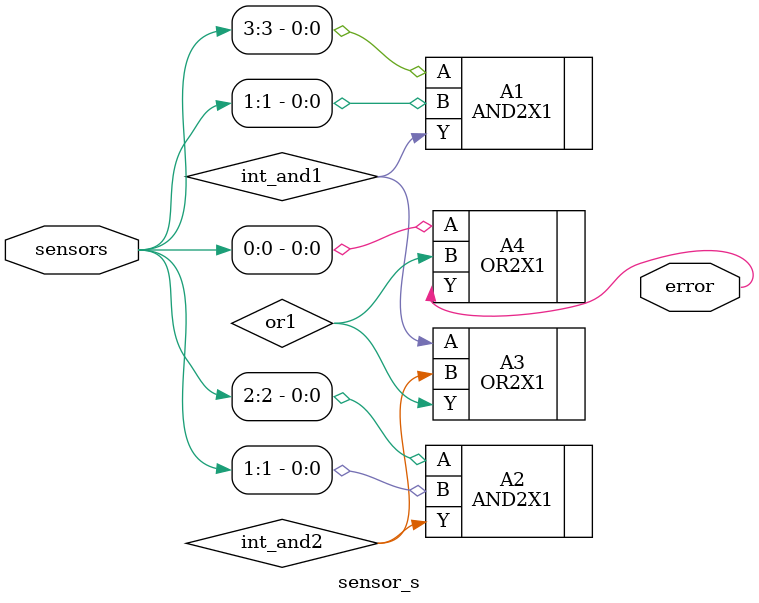
<source format=sv>

module sensor_s(

	input logic [3:0] sensors,
	output logic error	

);

reg int_and1, int_and2;
reg or1;


AND2X1 A1 (.Y(int_and1) ,.A(sensors[3]) ,.B(sensors[1]));
AND2X1 A2 (.Y(int_and2) ,.A(sensors[2]) ,.B(sensors[1]));
OR2X1 A3 (.Y(or1) ,.A(int_and1) ,.B(int_and2) );
OR2X1 A4 (.Y(error) ,.A(sensors[0]) ,.B(or1));









endmodule

</source>
